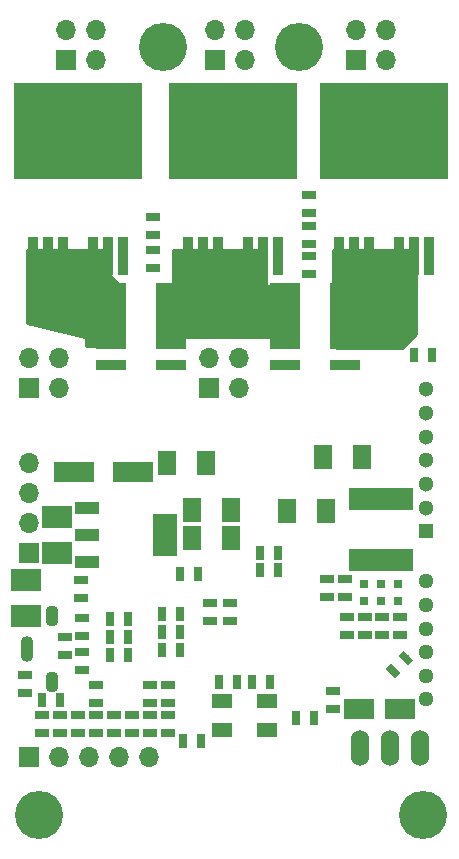
<source format=gbs>
G04 #@! TF.GenerationSoftware,KiCad,Pcbnew,(5.1.2)-1*
G04 #@! TF.CreationDate,2021-03-05T10:29:45+00:00*
G04 #@! TF.ProjectId,BLDC_4,424c4443-5f34-42e6-9b69-6361645f7063,A*
G04 #@! TF.SameCoordinates,Original*
G04 #@! TF.FileFunction,Soldermask,Bot*
G04 #@! TF.FilePolarity,Negative*
%FSLAX46Y46*%
G04 Gerber Fmt 4.6, Leading zero omitted, Abs format (unit mm)*
G04 Created by KiCad (PCBNEW (5.1.2)-1) date 2021-03-05 10:29:45*
%MOMM*%
%LPD*%
G04 APERTURE LIST*
%ADD10O,1.100000X2.200000*%
%ADD11O,1.100000X1.800000*%
%ADD12O,1.700000X1.700000*%
%ADD13R,1.700000X1.700000*%
%ADD14R,3.500120X1.800860*%
%ADD15C,1.300480*%
%ADD16R,2.540000X5.588000*%
%ADD17R,2.540000X0.889000*%
%ADD18R,2.540000X1.699260*%
%ADD19R,1.800860X1.198880*%
%ADD20O,1.524000X3.048000*%
%ADD21C,4.064000*%
%ADD22R,2.499360X1.950720*%
%ADD23R,5.499100X1.849120*%
%ADD24R,0.797560X0.797560*%
%ADD25R,10.800080X8.150860*%
%ADD26R,0.899160X3.200400*%
%ADD27R,1.524000X2.032000*%
%ADD28R,1.143000X0.635000*%
%ADD29R,0.635000X1.143000*%
%ADD30R,2.032000X3.657600*%
%ADD31R,2.032000X1.016000*%
%ADD32R,1.300000X1.300000*%
%ADD33C,1.300000*%
%ADD34C,0.635000*%
%ADD35C,0.150000*%
%ADD36C,0.254000*%
G04 APERTURE END LIST*
D10*
X80463500Y-127958500D03*
D11*
X82613500Y-130758500D03*
X82613500Y-125158500D03*
D12*
X90805000Y-137160000D03*
X88265000Y-137160000D03*
X85725000Y-137160000D03*
X83185000Y-137160000D03*
D13*
X80645000Y-137160000D03*
X80645000Y-119888000D03*
D12*
X80645000Y-117348000D03*
X80645000Y-114808000D03*
X80645000Y-112268000D03*
D13*
X80645000Y-105918000D03*
D12*
X83185000Y-105918000D03*
X80645000Y-103378000D03*
X83185000Y-103378000D03*
D13*
X95885000Y-105918000D03*
D12*
X98425000Y-105918000D03*
X95885000Y-103378000D03*
X98425000Y-103378000D03*
D13*
X108331000Y-78105000D03*
D12*
X110871000Y-78105000D03*
X108331000Y-75565000D03*
X110871000Y-75565000D03*
D13*
X83820000Y-78105000D03*
D12*
X86360000Y-78105000D03*
X83820000Y-75565000D03*
X86360000Y-75565000D03*
X98933000Y-75565000D03*
X96393000Y-75565000D03*
X98933000Y-78105000D03*
D13*
X96393000Y-78105000D03*
D14*
X89494360Y-113030000D03*
X84495640Y-113030000D03*
D15*
X114300000Y-126253240D03*
X114300000Y-128254760D03*
X114300000Y-130253740D03*
X114300000Y-132255260D03*
X114300000Y-124254260D03*
X114300000Y-122252740D03*
D16*
X102362000Y-99822000D03*
X107442000Y-99822000D03*
D17*
X102362000Y-103949500D03*
X107442000Y-103949500D03*
D16*
X87630000Y-99822000D03*
X92710000Y-99822000D03*
D17*
X87630000Y-103949500D03*
X92710000Y-103949500D03*
D18*
X108633260Y-133096000D03*
X112092740Y-133096000D03*
D19*
X97033080Y-134853680D03*
X97033080Y-132354320D03*
X100832920Y-132354320D03*
X100832920Y-134853680D03*
D20*
X108712000Y-136398000D03*
X111252000Y-136398000D03*
X113792000Y-136398000D03*
D21*
X92000000Y-77000000D03*
X103500000Y-77000000D03*
D22*
X80391000Y-125222000D03*
X80391000Y-122174000D03*
X83000000Y-116776000D03*
X83000000Y-119824000D03*
D23*
X110490000Y-120431560D03*
X110490000Y-115280440D03*
D24*
X111887000Y-123939300D03*
X111887000Y-122440700D03*
X110450000Y-123949300D03*
X110450000Y-122450700D03*
X109050000Y-123949300D03*
X109050000Y-122450700D03*
D25*
X110744000Y-84142580D03*
D26*
X114554000Y-94744540D03*
X113284000Y-94744540D03*
X112014000Y-94744540D03*
X109474000Y-94744540D03*
X108204000Y-94744540D03*
X106934000Y-94744540D03*
D25*
X97917000Y-84142580D03*
D26*
X101727000Y-94744540D03*
X100457000Y-94744540D03*
X99187000Y-94744540D03*
X96647000Y-94744540D03*
X95377000Y-94744540D03*
X94107000Y-94744540D03*
D25*
X84836000Y-84142580D03*
D26*
X88646000Y-94744540D03*
X87376000Y-94744540D03*
X86106000Y-94744540D03*
X83566000Y-94744540D03*
X82296000Y-94744540D03*
X81026000Y-94744540D03*
D21*
X114000000Y-142000000D03*
X81500000Y-142000000D03*
D27*
X102549000Y-116300000D03*
X105851000Y-116300000D03*
X105537000Y-111760000D03*
X108839000Y-111760000D03*
X92329000Y-112268000D03*
X95631000Y-112268000D03*
X94488000Y-116205000D03*
X97790000Y-116205000D03*
X94488000Y-118618000D03*
X97790000Y-118618000D03*
D28*
X85200000Y-125338000D03*
X85200000Y-126862000D03*
X85200000Y-129762000D03*
X85200000Y-128238000D03*
X106426000Y-131572000D03*
X106426000Y-133096000D03*
X80327500Y-130175000D03*
X80327500Y-131699000D03*
X83312000Y-135128000D03*
X83312000Y-133604000D03*
X86360000Y-135128000D03*
X86360000Y-133604000D03*
X89408000Y-135128000D03*
X89408000Y-133604000D03*
X92456000Y-135128000D03*
X92456000Y-133604000D03*
X90932000Y-135128000D03*
X90932000Y-133604000D03*
X87884000Y-135128000D03*
X87884000Y-133604000D03*
X84836000Y-135128000D03*
X84836000Y-133604000D03*
D29*
X93472000Y-121666000D03*
X94996000Y-121666000D03*
D28*
X109100000Y-125238000D03*
X109100000Y-126762000D03*
D29*
X87503000Y-128524000D03*
X89027000Y-128524000D03*
X93462000Y-128050000D03*
X91938000Y-128050000D03*
X87503000Y-127000000D03*
X89027000Y-127000000D03*
X93462000Y-126550000D03*
X91938000Y-126550000D03*
X114808000Y-103124000D03*
X113284000Y-103124000D03*
D28*
X104394000Y-91059000D03*
X104394000Y-89535000D03*
D29*
X87488000Y-125450000D03*
X89012000Y-125450000D03*
X93462000Y-125050000D03*
X91938000Y-125050000D03*
D28*
X104394000Y-94742000D03*
X104394000Y-96266000D03*
X104394000Y-92202000D03*
X104394000Y-93726000D03*
X112100000Y-125238000D03*
X112100000Y-126762000D03*
X110600000Y-125238000D03*
X110600000Y-126762000D03*
X91186000Y-94234000D03*
X91186000Y-95758000D03*
X91186000Y-91440000D03*
X91186000Y-92964000D03*
D29*
X83312000Y-132334000D03*
X81788000Y-132334000D03*
D30*
X92202000Y-118364000D03*
D31*
X85598000Y-118364000D03*
X85598000Y-116078000D03*
X85598000Y-120650000D03*
D32*
X114300000Y-118018560D03*
D33*
X114300000Y-114015520D03*
X114300000Y-116017040D03*
X114300000Y-112016540D03*
X114300000Y-110015020D03*
X114300000Y-108013500D03*
X114300000Y-106014520D03*
D29*
X100203000Y-119888000D03*
X101727000Y-119888000D03*
D28*
X107442000Y-123571000D03*
X107442000Y-122047000D03*
D29*
X101092000Y-130810000D03*
X99568000Y-130810000D03*
X95250000Y-135763000D03*
X93726000Y-135763000D03*
X103251000Y-133858000D03*
X104775000Y-133858000D03*
D28*
X85090000Y-123698000D03*
X85090000Y-122174000D03*
X105918000Y-123571000D03*
X105918000Y-122047000D03*
D29*
X100203000Y-121285000D03*
X101727000Y-121285000D03*
D28*
X97663000Y-125603000D03*
X97663000Y-124079000D03*
X107600000Y-126762000D03*
X107600000Y-125238000D03*
D29*
X96774000Y-130810000D03*
X98298000Y-130810000D03*
D28*
X96012000Y-124079000D03*
X96012000Y-125603000D03*
X86350000Y-132562000D03*
X86350000Y-131038000D03*
X90900000Y-132562000D03*
X90900000Y-131038000D03*
X92456000Y-132588000D03*
X92456000Y-131064000D03*
X81788000Y-133604000D03*
X81788000Y-135128000D03*
D34*
X112552815Y-128747185D03*
D35*
G36*
X112373210Y-128118567D02*
G01*
X113181433Y-128926790D01*
X112732420Y-129375803D01*
X111924197Y-128567580D01*
X112373210Y-128118567D01*
X112373210Y-128118567D01*
G37*
D34*
X111475185Y-129824815D03*
D35*
G36*
X111295580Y-129196197D02*
G01*
X112103803Y-130004420D01*
X111654790Y-130453433D01*
X110846567Y-129645210D01*
X111295580Y-129196197D01*
X111295580Y-129196197D01*
G37*
D28*
X83693000Y-127000000D03*
X83693000Y-128524000D03*
D36*
G36*
X87503000Y-96329500D02*
G01*
X87505440Y-96354276D01*
X87512667Y-96378101D01*
X87524403Y-96400057D01*
X87540197Y-96419303D01*
X88646000Y-97525106D01*
X88646000Y-102362000D01*
X85471000Y-102362000D01*
X85471000Y-101727000D01*
X85468560Y-101702224D01*
X85461333Y-101678399D01*
X85449597Y-101656443D01*
X85433803Y-101637197D01*
X85414557Y-101621403D01*
X85392601Y-101609667D01*
X85375544Y-101603980D01*
X80518000Y-100358456D01*
X80518000Y-94234000D01*
X87503000Y-94234000D01*
X87503000Y-96329500D01*
X87503000Y-96329500D01*
G37*
X87503000Y-96329500D02*
X87505440Y-96354276D01*
X87512667Y-96378101D01*
X87524403Y-96400057D01*
X87540197Y-96419303D01*
X88646000Y-97525106D01*
X88646000Y-102362000D01*
X85471000Y-102362000D01*
X85471000Y-101727000D01*
X85468560Y-101702224D01*
X85461333Y-101678399D01*
X85449597Y-101656443D01*
X85433803Y-101637197D01*
X85414557Y-101621403D01*
X85392601Y-101609667D01*
X85375544Y-101603980D01*
X80518000Y-100358456D01*
X80518000Y-94234000D01*
X87503000Y-94234000D01*
X87503000Y-96329500D01*
G36*
X113411000Y-101293394D02*
G01*
X112215394Y-102489000D01*
X106680000Y-102489000D01*
X106680000Y-100711000D01*
X106679223Y-100696975D01*
X106426000Y-98417968D01*
X106426000Y-94234000D01*
X113411000Y-94234000D01*
X113411000Y-101293394D01*
X113411000Y-101293394D01*
G37*
X113411000Y-101293394D02*
X112215394Y-102489000D01*
X106680000Y-102489000D01*
X106680000Y-100711000D01*
X106679223Y-100696975D01*
X106426000Y-98417968D01*
X106426000Y-94234000D01*
X113411000Y-94234000D01*
X113411000Y-101293394D01*
G36*
X100711000Y-97155000D02*
G01*
X100713440Y-97179776D01*
X100720667Y-97203601D01*
X100732403Y-97225557D01*
X100748197Y-97244803D01*
X100767443Y-97260597D01*
X100789399Y-97272333D01*
X100813224Y-97279560D01*
X100838000Y-97282000D01*
X101219000Y-97282000D01*
X101219000Y-101600000D01*
X92837000Y-101600000D01*
X92837000Y-94234000D01*
X100711000Y-94234000D01*
X100711000Y-97155000D01*
X100711000Y-97155000D01*
G37*
X100711000Y-97155000D02*
X100713440Y-97179776D01*
X100720667Y-97203601D01*
X100732403Y-97225557D01*
X100748197Y-97244803D01*
X100767443Y-97260597D01*
X100789399Y-97272333D01*
X100813224Y-97279560D01*
X100838000Y-97282000D01*
X101219000Y-97282000D01*
X101219000Y-101600000D01*
X92837000Y-101600000D01*
X92837000Y-94234000D01*
X100711000Y-94234000D01*
X100711000Y-97155000D01*
M02*

</source>
